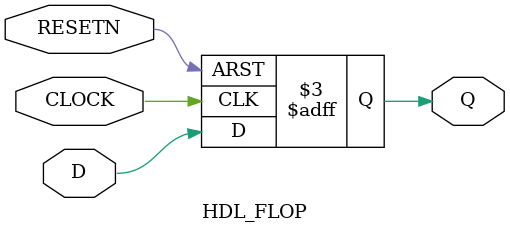
<source format=v>
module HDL_FLOP (CLOCK  , RESETN  ,  D  , Q ) ;  
 
 input CLOCK  , RESETN ;
 input  D  ;
 output Q  ; 
  
 reg Q ;
 
   always @(posedge CLOCK or negedge RESETN)
     begin
        if (RESETN == 0) Q <= #(0.5) 0;           
        else Q <= #(0.5) D;           
     end
    
endmodule

</source>
